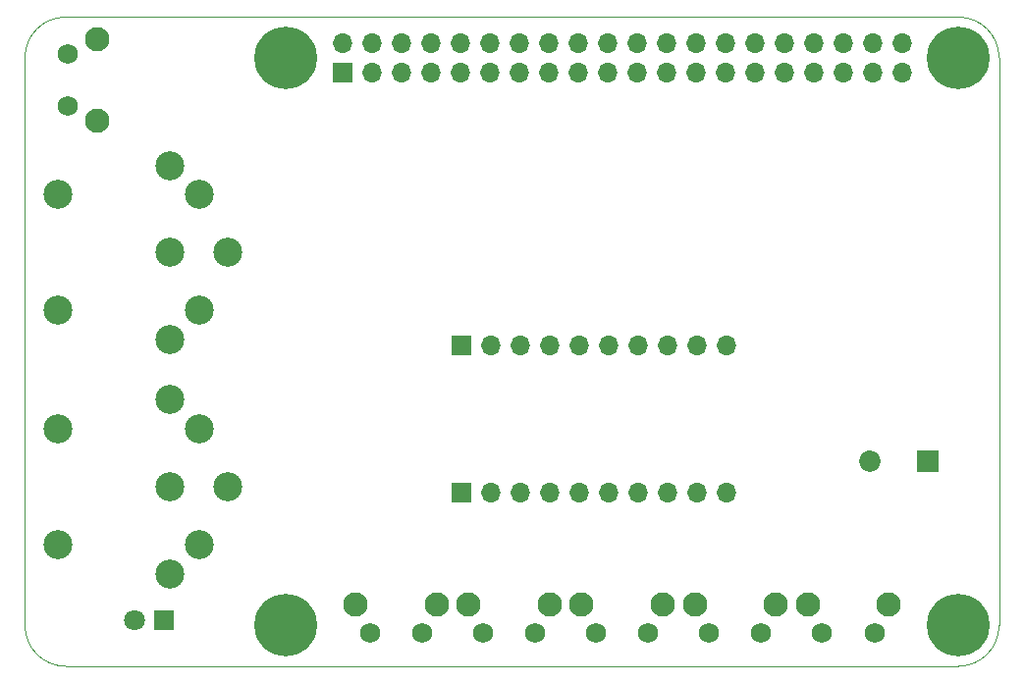
<source format=gts>
G04 #@! TF.GenerationSoftware,KiCad,Pcbnew,(5.0.0-rc2-dev-756-g45dad4ded)*
G04 #@! TF.CreationDate,2018-05-20T06:56:18+02:00*
G04 #@! TF.ProjectId,Pi1541 Ad-on Board,5069313534312041642D6F6E20426F61,0.97*
G04 #@! TF.SameCoordinates,Original*
G04 #@! TF.FileFunction,Soldermask,Top*
G04 #@! TF.FilePolarity,Negative*
%FSLAX46Y46*%
G04 Gerber Fmt 4.6, Leading zero omitted, Abs format (unit mm)*
G04 Created by KiCad (PCBNEW (5.0.0-rc2-dev-756-g45dad4ded)) date Sun May 20 06:56:18 2018*
%MOMM*%
%LPD*%
G01*
G04 APERTURE LIST*
%ADD10C,0.100000*%
%ADD11C,2.500000*%
%ADD12R,1.850000X1.850000*%
%ADD13C,1.850000*%
%ADD14R,1.800000X1.800000*%
%ADD15C,1.800000*%
%ADD16C,5.400000*%
%ADD17C,2.100000*%
%ADD18C,1.750000*%
%ADD19R,1.700000X1.700000*%
%ADD20O,1.700000X1.700000*%
G04 APERTURE END LIST*
D10*
X111000000Y-121000000D02*
G75*
G02X107500000Y-117500000I0J3500000D01*
G01*
X107500000Y-68500000D02*
G75*
G02X111000000Y-65000000I3500000J0D01*
G01*
X107500000Y-68500000D02*
X107500000Y-117500000D01*
X191500000Y-117500000D02*
G75*
G02X188000000Y-121000000I-3500000J0D01*
G01*
X188000000Y-65000000D02*
G75*
G02X191500000Y-68500000I0J-3500000D01*
G01*
X191500000Y-117500000D02*
X191500000Y-68500000D01*
X111000000Y-121000000D02*
X188000000Y-121000000D01*
X111000000Y-65000000D02*
X188000000Y-65000000D01*
D11*
G04 #@! TO.C,J2*
X125000000Y-85320000D03*
X122500000Y-80320000D03*
X122500000Y-90320000D03*
X120000000Y-77820000D03*
X120000000Y-85320000D03*
X120000000Y-92820000D03*
X110300000Y-90320000D03*
X110300000Y-80320000D03*
G04 #@! TD*
G04 #@! TO.C,J3*
X110300000Y-100520000D03*
X110300000Y-110520000D03*
X120000000Y-113020000D03*
X120000000Y-105520000D03*
X120000000Y-98020000D03*
X122500000Y-110520000D03*
X122500000Y-100520000D03*
X125000000Y-105520000D03*
G04 #@! TD*
D12*
G04 #@! TO.C,PIEZO1*
X185380000Y-103320000D03*
D13*
X180380000Y-103320000D03*
G04 #@! TD*
D14*
G04 #@! TO.C,D1*
X119500000Y-117000000D03*
D15*
X116960000Y-117000000D03*
G04 #@! TD*
D16*
G04 #@! TO.C,MK1*
X130000000Y-68500000D03*
G04 #@! TD*
G04 #@! TO.C,MK2*
X188000000Y-68500000D03*
G04 #@! TD*
G04 #@! TO.C,MK3*
X188000000Y-117500000D03*
G04 #@! TD*
G04 #@! TO.C,MK4*
X130000000Y-117500000D03*
G04 #@! TD*
D17*
G04 #@! TO.C,SW1*
X143010000Y-115660000D03*
D18*
X141750000Y-118150000D03*
X137250000Y-118150000D03*
D17*
X136000000Y-115660000D03*
G04 #@! TD*
G04 #@! TO.C,SW2*
X145750000Y-115660000D03*
D18*
X147000000Y-118150000D03*
X151500000Y-118150000D03*
D17*
X152760000Y-115660000D03*
G04 #@! TD*
G04 #@! TO.C,SW3*
X162510000Y-115660000D03*
D18*
X161250000Y-118150000D03*
X156750000Y-118150000D03*
D17*
X155500000Y-115660000D03*
G04 #@! TD*
G04 #@! TO.C,SW4*
X165250000Y-115660000D03*
D18*
X166500000Y-118150000D03*
X171000000Y-118150000D03*
D17*
X172260000Y-115660000D03*
G04 #@! TD*
G04 #@! TO.C,SW5*
X182010000Y-115660000D03*
D18*
X180750000Y-118150000D03*
X176250000Y-118150000D03*
D17*
X175000000Y-115660000D03*
G04 #@! TD*
G04 #@! TO.C,SW6*
X113720000Y-73900000D03*
D18*
X111230000Y-72640000D03*
X111230000Y-68140000D03*
D17*
X113720000Y-66890000D03*
G04 #@! TD*
D19*
G04 #@! TO.C,J4*
X145140000Y-93340000D03*
D20*
X147680000Y-93340000D03*
X150220000Y-93340000D03*
X152760000Y-93340000D03*
X155300000Y-93340000D03*
X157840000Y-93340000D03*
X160380000Y-93340000D03*
X162920000Y-93340000D03*
X165460000Y-93340000D03*
X168000000Y-93340000D03*
G04 #@! TD*
G04 #@! TO.C,J5*
X168000000Y-106040000D03*
X165460000Y-106040000D03*
X162920000Y-106040000D03*
X160380000Y-106040000D03*
X157840000Y-106040000D03*
X155300000Y-106040000D03*
X152760000Y-106040000D03*
X150220000Y-106040000D03*
X147680000Y-106040000D03*
D19*
X145140000Y-106040000D03*
G04 #@! TD*
G04 #@! TO.C,J1*
X134900000Y-69760000D03*
D20*
X134900000Y-67220000D03*
X137440000Y-69760000D03*
X137440000Y-67220000D03*
X139980000Y-69760000D03*
X139980000Y-67220000D03*
X142520000Y-69760000D03*
X142520000Y-67220000D03*
X145060000Y-69760000D03*
X145060000Y-67220000D03*
X147600000Y-69760000D03*
X147600000Y-67220000D03*
X150140000Y-69760000D03*
X150140000Y-67220000D03*
X152680000Y-69760000D03*
X152680000Y-67220000D03*
X155220000Y-69760000D03*
X155220000Y-67220000D03*
X157760000Y-69760000D03*
X157760000Y-67220000D03*
X160300000Y-69760000D03*
X160300000Y-67220000D03*
X162840000Y-69760000D03*
X162840000Y-67220000D03*
X165380000Y-69760000D03*
X165380000Y-67220000D03*
X167920000Y-69760000D03*
X167920000Y-67220000D03*
X170460000Y-69760000D03*
X170460000Y-67220000D03*
X173000000Y-69760000D03*
X173000000Y-67220000D03*
X175540000Y-69760000D03*
X175540000Y-67220000D03*
X178080000Y-69760000D03*
X178080000Y-67220000D03*
X180620000Y-69760000D03*
X180620000Y-67220000D03*
X183160000Y-69760000D03*
X183160000Y-67220000D03*
G04 #@! TD*
M02*

</source>
